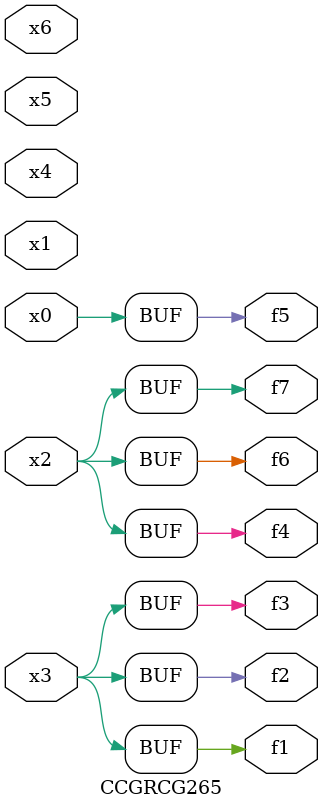
<source format=v>
module CCGRCG265(
	input x0, x1, x2, x3, x4, x5, x6,
	output f1, f2, f3, f4, f5, f6, f7
);
	assign f1 = x3;
	assign f2 = x3;
	assign f3 = x3;
	assign f4 = x2;
	assign f5 = x0;
	assign f6 = x2;
	assign f7 = x2;
endmodule

</source>
